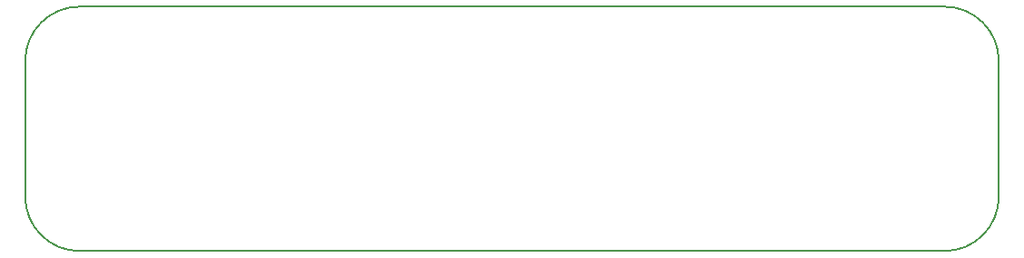
<source format=gm1>
G04 #@! TF.GenerationSoftware,KiCad,Pcbnew,(5.0.1)-3*
G04 #@! TF.CreationDate,2018-12-03T12:15:07+01:00*
G04 #@! TF.ProjectId,drawdio,6472617764696F2E6B696361645F7063,rev?*
G04 #@! TF.SameCoordinates,PX60a6ad0PY525bfc0*
G04 #@! TF.FileFunction,Profile,NP*
%FSLAX46Y46*%
G04 Gerber Fmt 4.6, Leading zero omitted, Abs format (unit mm)*
G04 Created by KiCad (PCBNEW (5.0.1)-3) date 03/12/2018 12:15:07*
%MOMM*%
%LPD*%
G01*
G04 APERTURE LIST*
%ADD10C,0.150000*%
G04 APERTURE END LIST*
D10*
X40005000Y5715000D02*
X40005000Y-6985000D01*
X-50800000Y5715000D02*
X-50800000Y-6985000D01*
X-45720000Y10795000D02*
X34925000Y10795000D01*
X34925000Y-12065000D02*
X-45720000Y-12065000D01*
X-45720000Y10795000D02*
G75*
G03X-50800000Y5715000I0J-5080000D01*
G01*
X-50800000Y-6985000D02*
G75*
G03X-45720000Y-12065000I5080000J0D01*
G01*
X40005000Y5715000D02*
G75*
G03X34925000Y10795000I-5080000J0D01*
G01*
X34925000Y-12065000D02*
G75*
G03X40005000Y-6985000I0J5080000D01*
G01*
M02*

</source>
